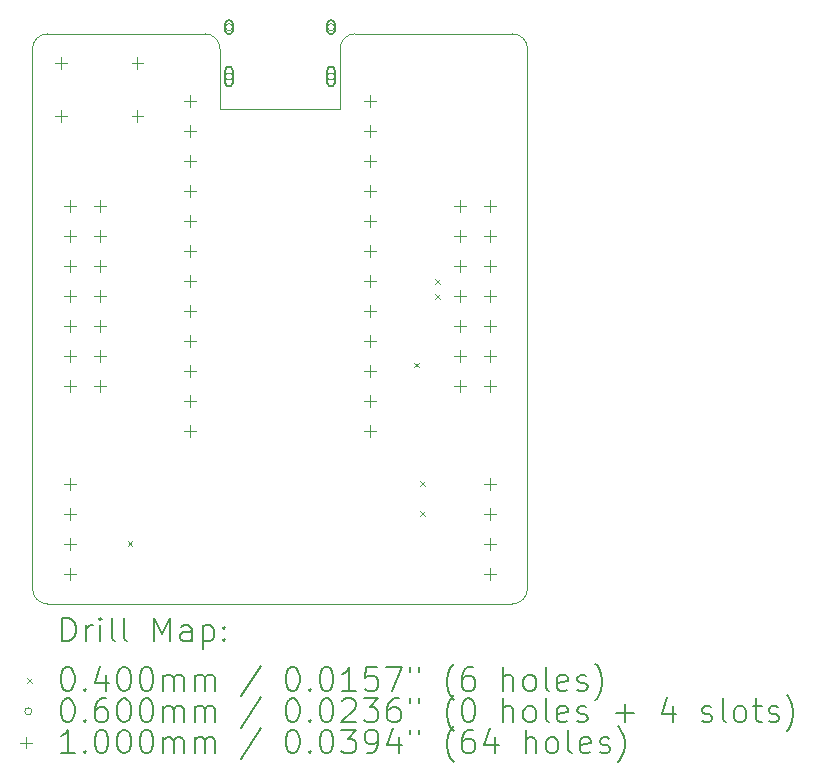
<source format=gbr>
%FSLAX45Y45*%
G04 Gerber Fmt 4.5, Leading zero omitted, Abs format (unit mm)*
G04 Created by KiCad (PCBNEW (6.0.6-1)-1) date 2022-07-19 11:21:07*
%MOMM*%
%LPD*%
G01*
G04 APERTURE LIST*
%TA.AperFunction,Profile*%
%ADD10C,0.120000*%
%TD*%
%ADD11C,0.200000*%
%ADD12C,0.040000*%
%ADD13C,0.060000*%
%ADD14C,0.100000*%
G04 APERTURE END LIST*
D10*
X2730500Y-4254500D02*
X-1206500Y-4254500D01*
X-1333500Y-4127500D02*
X-1333500Y444500D01*
X1397000Y571500D02*
G75*
G03*
X1270000Y444500I0J-127000D01*
G01*
X2857500Y444500D02*
G75*
G03*
X2730500Y571500I-127000J0D01*
G01*
X-1333500Y-4127500D02*
G75*
G03*
X-1206500Y-4254500I127000J0D01*
G01*
X1270000Y444500D02*
X1270000Y-63500D01*
X2730500Y-4254500D02*
G75*
G03*
X2857500Y-4127500I0J127000D01*
G01*
X-1206500Y571500D02*
G75*
G03*
X-1333500Y444500I0J-127000D01*
G01*
X254000Y-63500D02*
X254000Y444500D01*
X1270000Y-63500D02*
X254000Y-63500D01*
X1397000Y571500D02*
X2730500Y571500D01*
X2857500Y444500D02*
X2857500Y-4127500D01*
X254000Y444500D02*
G75*
G03*
X127000Y571500I-127000J0D01*
G01*
X127000Y571500D02*
X-1206500Y571500D01*
D11*
D12*
X-528000Y-3726500D02*
X-488000Y-3766500D01*
X-488000Y-3726500D02*
X-528000Y-3766500D01*
X1896951Y-2211450D02*
X1936951Y-2251450D01*
X1936951Y-2211450D02*
X1896951Y-2251450D01*
X1948500Y-3218500D02*
X1988500Y-3258500D01*
X1988500Y-3218500D02*
X1948500Y-3258500D01*
X1948500Y-3472500D02*
X1988500Y-3512500D01*
X1988500Y-3472500D02*
X1948500Y-3512500D01*
X2075500Y-1504000D02*
X2115500Y-1544000D01*
X2115500Y-1504000D02*
X2075500Y-1544000D01*
X2075500Y-1631000D02*
X2115500Y-1671000D01*
X2115500Y-1631000D02*
X2075500Y-1671000D01*
D13*
X360000Y629000D02*
G75*
G03*
X360000Y629000I-30000J0D01*
G01*
D11*
X360000Y599000D02*
X360000Y659000D01*
X300000Y599000D02*
X300000Y659000D01*
X360000Y659000D02*
G75*
G03*
X300000Y659000I-30000J0D01*
G01*
X300000Y599000D02*
G75*
G03*
X360000Y599000I30000J0D01*
G01*
D13*
X360000Y211000D02*
G75*
G03*
X360000Y211000I-30000J0D01*
G01*
D11*
X360000Y156000D02*
X360000Y266000D01*
X300000Y156000D02*
X300000Y266000D01*
X360000Y266000D02*
G75*
G03*
X300000Y266000I-30000J0D01*
G01*
X300000Y156000D02*
G75*
G03*
X360000Y156000I30000J0D01*
G01*
D13*
X1224000Y629000D02*
G75*
G03*
X1224000Y629000I-30000J0D01*
G01*
D11*
X1224000Y599000D02*
X1224000Y659000D01*
X1164000Y599000D02*
X1164000Y659000D01*
X1224000Y659000D02*
G75*
G03*
X1164000Y659000I-30000J0D01*
G01*
X1164000Y599000D02*
G75*
G03*
X1224000Y599000I30000J0D01*
G01*
D13*
X1224000Y211000D02*
G75*
G03*
X1224000Y211000I-30000J0D01*
G01*
D11*
X1224000Y156000D02*
X1224000Y266000D01*
X1164000Y156000D02*
X1164000Y266000D01*
X1224000Y266000D02*
G75*
G03*
X1164000Y266000I-30000J0D01*
G01*
X1164000Y156000D02*
G75*
G03*
X1224000Y156000I30000J0D01*
G01*
D14*
X-1094500Y373000D02*
X-1094500Y273000D01*
X-1144500Y323000D02*
X-1044500Y323000D01*
X-1094500Y-77000D02*
X-1094500Y-177000D01*
X-1144500Y-127000D02*
X-1044500Y-127000D01*
X-1016000Y-839000D02*
X-1016000Y-939000D01*
X-1066000Y-889000D02*
X-966000Y-889000D01*
X-1016000Y-1093000D02*
X-1016000Y-1193000D01*
X-1066000Y-1143000D02*
X-966000Y-1143000D01*
X-1016000Y-1347000D02*
X-1016000Y-1447000D01*
X-1066000Y-1397000D02*
X-966000Y-1397000D01*
X-1016000Y-1601000D02*
X-1016000Y-1701000D01*
X-1066000Y-1651000D02*
X-966000Y-1651000D01*
X-1016000Y-1855000D02*
X-1016000Y-1955000D01*
X-1066000Y-1905000D02*
X-966000Y-1905000D01*
X-1016000Y-2109000D02*
X-1016000Y-2209000D01*
X-1066000Y-2159000D02*
X-966000Y-2159000D01*
X-1016000Y-2363000D02*
X-1016000Y-2463000D01*
X-1066000Y-2413000D02*
X-966000Y-2413000D01*
X-1016000Y-3189500D02*
X-1016000Y-3289500D01*
X-1066000Y-3239500D02*
X-966000Y-3239500D01*
X-1016000Y-3443500D02*
X-1016000Y-3543500D01*
X-1066000Y-3493500D02*
X-966000Y-3493500D01*
X-1016000Y-3697500D02*
X-1016000Y-3797500D01*
X-1066000Y-3747500D02*
X-966000Y-3747500D01*
X-1016000Y-3951500D02*
X-1016000Y-4051500D01*
X-1066000Y-4001500D02*
X-966000Y-4001500D01*
X-762000Y-839000D02*
X-762000Y-939000D01*
X-812000Y-889000D02*
X-712000Y-889000D01*
X-762000Y-1093000D02*
X-762000Y-1193000D01*
X-812000Y-1143000D02*
X-712000Y-1143000D01*
X-762000Y-1347000D02*
X-762000Y-1447000D01*
X-812000Y-1397000D02*
X-712000Y-1397000D01*
X-762000Y-1601000D02*
X-762000Y-1701000D01*
X-812000Y-1651000D02*
X-712000Y-1651000D01*
X-762000Y-1855000D02*
X-762000Y-1955000D01*
X-812000Y-1905000D02*
X-712000Y-1905000D01*
X-762000Y-2109000D02*
X-762000Y-2209000D01*
X-812000Y-2159000D02*
X-712000Y-2159000D01*
X-762000Y-2363000D02*
X-762000Y-2463000D01*
X-812000Y-2413000D02*
X-712000Y-2413000D01*
X-444500Y373000D02*
X-444500Y273000D01*
X-494500Y323000D02*
X-394500Y323000D01*
X-444500Y-77000D02*
X-444500Y-177000D01*
X-494500Y-127000D02*
X-394500Y-127000D01*
X0Y50000D02*
X0Y-50000D01*
X-50000Y0D02*
X50000Y0D01*
X0Y-204000D02*
X0Y-304000D01*
X-50000Y-254000D02*
X50000Y-254000D01*
X0Y-458000D02*
X0Y-558000D01*
X-50000Y-508000D02*
X50000Y-508000D01*
X0Y-712000D02*
X0Y-812000D01*
X-50000Y-762000D02*
X50000Y-762000D01*
X0Y-966000D02*
X0Y-1066000D01*
X-50000Y-1016000D02*
X50000Y-1016000D01*
X0Y-1220000D02*
X0Y-1320000D01*
X-50000Y-1270000D02*
X50000Y-1270000D01*
X0Y-1474000D02*
X0Y-1574000D01*
X-50000Y-1524000D02*
X50000Y-1524000D01*
X0Y-1728000D02*
X0Y-1828000D01*
X-50000Y-1778000D02*
X50000Y-1778000D01*
X0Y-1982000D02*
X0Y-2082000D01*
X-50000Y-2032000D02*
X50000Y-2032000D01*
X0Y-2236000D02*
X0Y-2336000D01*
X-50000Y-2286000D02*
X50000Y-2286000D01*
X0Y-2490000D02*
X0Y-2590000D01*
X-50000Y-2540000D02*
X50000Y-2540000D01*
X0Y-2744000D02*
X0Y-2844000D01*
X-50000Y-2794000D02*
X50000Y-2794000D01*
X1524000Y50000D02*
X1524000Y-50000D01*
X1474000Y0D02*
X1574000Y0D01*
X1524000Y-204000D02*
X1524000Y-304000D01*
X1474000Y-254000D02*
X1574000Y-254000D01*
X1524000Y-458000D02*
X1524000Y-558000D01*
X1474000Y-508000D02*
X1574000Y-508000D01*
X1524000Y-712000D02*
X1524000Y-812000D01*
X1474000Y-762000D02*
X1574000Y-762000D01*
X1524000Y-966000D02*
X1524000Y-1066000D01*
X1474000Y-1016000D02*
X1574000Y-1016000D01*
X1524000Y-1220000D02*
X1524000Y-1320000D01*
X1474000Y-1270000D02*
X1574000Y-1270000D01*
X1524000Y-1474000D02*
X1524000Y-1574000D01*
X1474000Y-1524000D02*
X1574000Y-1524000D01*
X1524000Y-1728000D02*
X1524000Y-1828000D01*
X1474000Y-1778000D02*
X1574000Y-1778000D01*
X1524000Y-1982000D02*
X1524000Y-2082000D01*
X1474000Y-2032000D02*
X1574000Y-2032000D01*
X1524000Y-2236000D02*
X1524000Y-2336000D01*
X1474000Y-2286000D02*
X1574000Y-2286000D01*
X1524000Y-2490000D02*
X1524000Y-2590000D01*
X1474000Y-2540000D02*
X1574000Y-2540000D01*
X1524000Y-2744000D02*
X1524000Y-2844000D01*
X1474000Y-2794000D02*
X1574000Y-2794000D01*
X2286000Y-839000D02*
X2286000Y-939000D01*
X2236000Y-889000D02*
X2336000Y-889000D01*
X2286000Y-1093000D02*
X2286000Y-1193000D01*
X2236000Y-1143000D02*
X2336000Y-1143000D01*
X2286000Y-1347000D02*
X2286000Y-1447000D01*
X2236000Y-1397000D02*
X2336000Y-1397000D01*
X2286000Y-1601000D02*
X2286000Y-1701000D01*
X2236000Y-1651000D02*
X2336000Y-1651000D01*
X2286000Y-1855000D02*
X2286000Y-1955000D01*
X2236000Y-1905000D02*
X2336000Y-1905000D01*
X2286000Y-2109000D02*
X2286000Y-2209000D01*
X2236000Y-2159000D02*
X2336000Y-2159000D01*
X2286000Y-2363000D02*
X2286000Y-2463000D01*
X2236000Y-2413000D02*
X2336000Y-2413000D01*
X2540000Y-839000D02*
X2540000Y-939000D01*
X2490000Y-889000D02*
X2590000Y-889000D01*
X2540000Y-1093000D02*
X2540000Y-1193000D01*
X2490000Y-1143000D02*
X2590000Y-1143000D01*
X2540000Y-1347000D02*
X2540000Y-1447000D01*
X2490000Y-1397000D02*
X2590000Y-1397000D01*
X2540000Y-1601000D02*
X2540000Y-1701000D01*
X2490000Y-1651000D02*
X2590000Y-1651000D01*
X2540000Y-1855000D02*
X2540000Y-1955000D01*
X2490000Y-1905000D02*
X2590000Y-1905000D01*
X2540000Y-2109000D02*
X2540000Y-2209000D01*
X2490000Y-2159000D02*
X2590000Y-2159000D01*
X2540000Y-2363000D02*
X2540000Y-2463000D01*
X2490000Y-2413000D02*
X2590000Y-2413000D01*
X2540000Y-3188500D02*
X2540000Y-3288500D01*
X2490000Y-3238500D02*
X2590000Y-3238500D01*
X2540000Y-3442500D02*
X2540000Y-3542500D01*
X2490000Y-3492500D02*
X2590000Y-3492500D01*
X2540000Y-3696500D02*
X2540000Y-3796500D01*
X2490000Y-3746500D02*
X2590000Y-3746500D01*
X2540000Y-3950500D02*
X2540000Y-4050500D01*
X2490000Y-4000500D02*
X2590000Y-4000500D01*
D11*
X-1081881Y-4570976D02*
X-1081881Y-4370976D01*
X-1034262Y-4370976D01*
X-1005690Y-4380500D01*
X-986643Y-4399548D01*
X-977119Y-4418595D01*
X-967595Y-4456690D01*
X-967595Y-4485262D01*
X-977119Y-4523357D01*
X-986643Y-4542405D01*
X-1005690Y-4561452D01*
X-1034262Y-4570976D01*
X-1081881Y-4570976D01*
X-881881Y-4570976D02*
X-881881Y-4437643D01*
X-881881Y-4475738D02*
X-872357Y-4456690D01*
X-862833Y-4447167D01*
X-843786Y-4437643D01*
X-824738Y-4437643D01*
X-758071Y-4570976D02*
X-758071Y-4437643D01*
X-758071Y-4370976D02*
X-767595Y-4380500D01*
X-758071Y-4390024D01*
X-748548Y-4380500D01*
X-758071Y-4370976D01*
X-758071Y-4390024D01*
X-634262Y-4570976D02*
X-653310Y-4561452D01*
X-662833Y-4542405D01*
X-662833Y-4370976D01*
X-529500Y-4570976D02*
X-548548Y-4561452D01*
X-558072Y-4542405D01*
X-558072Y-4370976D01*
X-300929Y-4570976D02*
X-300929Y-4370976D01*
X-234262Y-4513833D01*
X-167595Y-4370976D01*
X-167595Y-4570976D01*
X13357Y-4570976D02*
X13357Y-4466214D01*
X3833Y-4447167D01*
X-15214Y-4437643D01*
X-53310Y-4437643D01*
X-72357Y-4447167D01*
X13357Y-4561452D02*
X-5690Y-4570976D01*
X-53310Y-4570976D01*
X-72357Y-4561452D01*
X-81881Y-4542405D01*
X-81881Y-4523357D01*
X-72357Y-4504310D01*
X-53310Y-4494786D01*
X-5690Y-4494786D01*
X13357Y-4485262D01*
X108595Y-4437643D02*
X108595Y-4637643D01*
X108595Y-4447167D02*
X127643Y-4437643D01*
X165738Y-4437643D01*
X184786Y-4447167D01*
X194309Y-4456690D01*
X203833Y-4475738D01*
X203833Y-4532881D01*
X194309Y-4551929D01*
X184786Y-4561452D01*
X165738Y-4570976D01*
X127643Y-4570976D01*
X108595Y-4561452D01*
X289548Y-4551929D02*
X299071Y-4561452D01*
X289548Y-4570976D01*
X280024Y-4561452D01*
X289548Y-4551929D01*
X289548Y-4570976D01*
X289548Y-4447167D02*
X299071Y-4456690D01*
X289548Y-4466214D01*
X280024Y-4456690D01*
X289548Y-4447167D01*
X289548Y-4466214D01*
D12*
X-1379500Y-4880500D02*
X-1339500Y-4920500D01*
X-1339500Y-4880500D02*
X-1379500Y-4920500D01*
D11*
X-1043786Y-4790976D02*
X-1024738Y-4790976D01*
X-1005690Y-4800500D01*
X-996167Y-4810024D01*
X-986643Y-4829071D01*
X-977119Y-4867167D01*
X-977119Y-4914786D01*
X-986643Y-4952881D01*
X-996167Y-4971929D01*
X-1005690Y-4981452D01*
X-1024738Y-4990976D01*
X-1043786Y-4990976D01*
X-1062833Y-4981452D01*
X-1072357Y-4971929D01*
X-1081881Y-4952881D01*
X-1091405Y-4914786D01*
X-1091405Y-4867167D01*
X-1081881Y-4829071D01*
X-1072357Y-4810024D01*
X-1062833Y-4800500D01*
X-1043786Y-4790976D01*
X-891405Y-4971929D02*
X-881881Y-4981452D01*
X-891405Y-4990976D01*
X-900929Y-4981452D01*
X-891405Y-4971929D01*
X-891405Y-4990976D01*
X-710452Y-4857643D02*
X-710452Y-4990976D01*
X-758071Y-4781452D02*
X-805690Y-4924310D01*
X-681881Y-4924310D01*
X-567595Y-4790976D02*
X-548548Y-4790976D01*
X-529500Y-4800500D01*
X-519976Y-4810024D01*
X-510452Y-4829071D01*
X-500929Y-4867167D01*
X-500929Y-4914786D01*
X-510452Y-4952881D01*
X-519976Y-4971929D01*
X-529500Y-4981452D01*
X-548548Y-4990976D01*
X-567595Y-4990976D01*
X-586643Y-4981452D01*
X-596167Y-4971929D01*
X-605691Y-4952881D01*
X-615214Y-4914786D01*
X-615214Y-4867167D01*
X-605691Y-4829071D01*
X-596167Y-4810024D01*
X-586643Y-4800500D01*
X-567595Y-4790976D01*
X-377119Y-4790976D02*
X-358071Y-4790976D01*
X-339024Y-4800500D01*
X-329500Y-4810024D01*
X-319976Y-4829071D01*
X-310452Y-4867167D01*
X-310452Y-4914786D01*
X-319976Y-4952881D01*
X-329500Y-4971929D01*
X-339024Y-4981452D01*
X-358071Y-4990976D01*
X-377119Y-4990976D01*
X-396167Y-4981452D01*
X-405690Y-4971929D01*
X-415214Y-4952881D01*
X-424738Y-4914786D01*
X-424738Y-4867167D01*
X-415214Y-4829071D01*
X-405690Y-4810024D01*
X-396167Y-4800500D01*
X-377119Y-4790976D01*
X-224738Y-4990976D02*
X-224738Y-4857643D01*
X-224738Y-4876690D02*
X-215214Y-4867167D01*
X-196167Y-4857643D01*
X-167595Y-4857643D01*
X-148548Y-4867167D01*
X-139024Y-4886214D01*
X-139024Y-4990976D01*
X-139024Y-4886214D02*
X-129500Y-4867167D01*
X-110452Y-4857643D01*
X-81881Y-4857643D01*
X-62833Y-4867167D01*
X-53310Y-4886214D01*
X-53310Y-4990976D01*
X41929Y-4990976D02*
X41929Y-4857643D01*
X41929Y-4876690D02*
X51452Y-4867167D01*
X70500Y-4857643D01*
X99071Y-4857643D01*
X118119Y-4867167D01*
X127643Y-4886214D01*
X127643Y-4990976D01*
X127643Y-4886214D02*
X137167Y-4867167D01*
X156214Y-4857643D01*
X184786Y-4857643D01*
X203833Y-4867167D01*
X213357Y-4886214D01*
X213357Y-4990976D01*
X603833Y-4781452D02*
X432405Y-5038595D01*
X860976Y-4790976D02*
X880024Y-4790976D01*
X899071Y-4800500D01*
X908595Y-4810024D01*
X918119Y-4829071D01*
X927643Y-4867167D01*
X927643Y-4914786D01*
X918119Y-4952881D01*
X908595Y-4971929D01*
X899071Y-4981452D01*
X880024Y-4990976D01*
X860976Y-4990976D01*
X841928Y-4981452D01*
X832405Y-4971929D01*
X822881Y-4952881D01*
X813357Y-4914786D01*
X813357Y-4867167D01*
X822881Y-4829071D01*
X832405Y-4810024D01*
X841928Y-4800500D01*
X860976Y-4790976D01*
X1013357Y-4971929D02*
X1022881Y-4981452D01*
X1013357Y-4990976D01*
X1003833Y-4981452D01*
X1013357Y-4971929D01*
X1013357Y-4990976D01*
X1146690Y-4790976D02*
X1165738Y-4790976D01*
X1184786Y-4800500D01*
X1194310Y-4810024D01*
X1203833Y-4829071D01*
X1213357Y-4867167D01*
X1213357Y-4914786D01*
X1203833Y-4952881D01*
X1194310Y-4971929D01*
X1184786Y-4981452D01*
X1165738Y-4990976D01*
X1146690Y-4990976D01*
X1127643Y-4981452D01*
X1118119Y-4971929D01*
X1108595Y-4952881D01*
X1099071Y-4914786D01*
X1099071Y-4867167D01*
X1108595Y-4829071D01*
X1118119Y-4810024D01*
X1127643Y-4800500D01*
X1146690Y-4790976D01*
X1403833Y-4990976D02*
X1289548Y-4990976D01*
X1346690Y-4990976D02*
X1346690Y-4790976D01*
X1327643Y-4819548D01*
X1308595Y-4838595D01*
X1289548Y-4848119D01*
X1584786Y-4790976D02*
X1489548Y-4790976D01*
X1480024Y-4886214D01*
X1489548Y-4876690D01*
X1508595Y-4867167D01*
X1556214Y-4867167D01*
X1575262Y-4876690D01*
X1584786Y-4886214D01*
X1594309Y-4905262D01*
X1594309Y-4952881D01*
X1584786Y-4971929D01*
X1575262Y-4981452D01*
X1556214Y-4990976D01*
X1508595Y-4990976D01*
X1489548Y-4981452D01*
X1480024Y-4971929D01*
X1660976Y-4790976D02*
X1794309Y-4790976D01*
X1708595Y-4990976D01*
X1860976Y-4790976D02*
X1860976Y-4829071D01*
X1937167Y-4790976D02*
X1937167Y-4829071D01*
X2232405Y-5067167D02*
X2222881Y-5057643D01*
X2203833Y-5029071D01*
X2194310Y-5010024D01*
X2184786Y-4981452D01*
X2175262Y-4933833D01*
X2175262Y-4895738D01*
X2184786Y-4848119D01*
X2194310Y-4819548D01*
X2203833Y-4800500D01*
X2222881Y-4771929D01*
X2232405Y-4762405D01*
X2394310Y-4790976D02*
X2356214Y-4790976D01*
X2337167Y-4800500D01*
X2327643Y-4810024D01*
X2308595Y-4838595D01*
X2299071Y-4876690D01*
X2299071Y-4952881D01*
X2308595Y-4971929D01*
X2318119Y-4981452D01*
X2337167Y-4990976D01*
X2375262Y-4990976D01*
X2394310Y-4981452D01*
X2403833Y-4971929D01*
X2413357Y-4952881D01*
X2413357Y-4905262D01*
X2403833Y-4886214D01*
X2394310Y-4876690D01*
X2375262Y-4867167D01*
X2337167Y-4867167D01*
X2318119Y-4876690D01*
X2308595Y-4886214D01*
X2299071Y-4905262D01*
X2651452Y-4990976D02*
X2651452Y-4790976D01*
X2737167Y-4990976D02*
X2737167Y-4886214D01*
X2727643Y-4867167D01*
X2708595Y-4857643D01*
X2680024Y-4857643D01*
X2660976Y-4867167D01*
X2651452Y-4876690D01*
X2860976Y-4990976D02*
X2841928Y-4981452D01*
X2832405Y-4971929D01*
X2822881Y-4952881D01*
X2822881Y-4895738D01*
X2832405Y-4876690D01*
X2841928Y-4867167D01*
X2860976Y-4857643D01*
X2889548Y-4857643D01*
X2908595Y-4867167D01*
X2918119Y-4876690D01*
X2927643Y-4895738D01*
X2927643Y-4952881D01*
X2918119Y-4971929D01*
X2908595Y-4981452D01*
X2889548Y-4990976D01*
X2860976Y-4990976D01*
X3041928Y-4990976D02*
X3022881Y-4981452D01*
X3013357Y-4962405D01*
X3013357Y-4790976D01*
X3194309Y-4981452D02*
X3175262Y-4990976D01*
X3137167Y-4990976D01*
X3118119Y-4981452D01*
X3108595Y-4962405D01*
X3108595Y-4886214D01*
X3118119Y-4867167D01*
X3137167Y-4857643D01*
X3175262Y-4857643D01*
X3194309Y-4867167D01*
X3203833Y-4886214D01*
X3203833Y-4905262D01*
X3108595Y-4924310D01*
X3280024Y-4981452D02*
X3299071Y-4990976D01*
X3337167Y-4990976D01*
X3356214Y-4981452D01*
X3365738Y-4962405D01*
X3365738Y-4952881D01*
X3356214Y-4933833D01*
X3337167Y-4924310D01*
X3308595Y-4924310D01*
X3289548Y-4914786D01*
X3280024Y-4895738D01*
X3280024Y-4886214D01*
X3289548Y-4867167D01*
X3308595Y-4857643D01*
X3337167Y-4857643D01*
X3356214Y-4867167D01*
X3432405Y-5067167D02*
X3441928Y-5057643D01*
X3460976Y-5029071D01*
X3470500Y-5010024D01*
X3480024Y-4981452D01*
X3489548Y-4933833D01*
X3489548Y-4895738D01*
X3480024Y-4848119D01*
X3470500Y-4819548D01*
X3460976Y-4800500D01*
X3441928Y-4771929D01*
X3432405Y-4762405D01*
D13*
X-1339500Y-5164500D02*
G75*
G03*
X-1339500Y-5164500I-30000J0D01*
G01*
D11*
X-1043786Y-5054976D02*
X-1024738Y-5054976D01*
X-1005690Y-5064500D01*
X-996167Y-5074024D01*
X-986643Y-5093071D01*
X-977119Y-5131167D01*
X-977119Y-5178786D01*
X-986643Y-5216881D01*
X-996167Y-5235929D01*
X-1005690Y-5245452D01*
X-1024738Y-5254976D01*
X-1043786Y-5254976D01*
X-1062833Y-5245452D01*
X-1072357Y-5235929D01*
X-1081881Y-5216881D01*
X-1091405Y-5178786D01*
X-1091405Y-5131167D01*
X-1081881Y-5093071D01*
X-1072357Y-5074024D01*
X-1062833Y-5064500D01*
X-1043786Y-5054976D01*
X-891405Y-5235929D02*
X-881881Y-5245452D01*
X-891405Y-5254976D01*
X-900929Y-5245452D01*
X-891405Y-5235929D01*
X-891405Y-5254976D01*
X-710452Y-5054976D02*
X-748548Y-5054976D01*
X-767595Y-5064500D01*
X-777119Y-5074024D01*
X-796167Y-5102595D01*
X-805690Y-5140690D01*
X-805690Y-5216881D01*
X-796167Y-5235929D01*
X-786643Y-5245452D01*
X-767595Y-5254976D01*
X-729500Y-5254976D01*
X-710452Y-5245452D01*
X-700929Y-5235929D01*
X-691405Y-5216881D01*
X-691405Y-5169262D01*
X-700929Y-5150214D01*
X-710452Y-5140690D01*
X-729500Y-5131167D01*
X-767595Y-5131167D01*
X-786643Y-5140690D01*
X-796167Y-5150214D01*
X-805690Y-5169262D01*
X-567595Y-5054976D02*
X-548548Y-5054976D01*
X-529500Y-5064500D01*
X-519976Y-5074024D01*
X-510452Y-5093071D01*
X-500929Y-5131167D01*
X-500929Y-5178786D01*
X-510452Y-5216881D01*
X-519976Y-5235929D01*
X-529500Y-5245452D01*
X-548548Y-5254976D01*
X-567595Y-5254976D01*
X-586643Y-5245452D01*
X-596167Y-5235929D01*
X-605691Y-5216881D01*
X-615214Y-5178786D01*
X-615214Y-5131167D01*
X-605691Y-5093071D01*
X-596167Y-5074024D01*
X-586643Y-5064500D01*
X-567595Y-5054976D01*
X-377119Y-5054976D02*
X-358071Y-5054976D01*
X-339024Y-5064500D01*
X-329500Y-5074024D01*
X-319976Y-5093071D01*
X-310452Y-5131167D01*
X-310452Y-5178786D01*
X-319976Y-5216881D01*
X-329500Y-5235929D01*
X-339024Y-5245452D01*
X-358071Y-5254976D01*
X-377119Y-5254976D01*
X-396167Y-5245452D01*
X-405690Y-5235929D01*
X-415214Y-5216881D01*
X-424738Y-5178786D01*
X-424738Y-5131167D01*
X-415214Y-5093071D01*
X-405690Y-5074024D01*
X-396167Y-5064500D01*
X-377119Y-5054976D01*
X-224738Y-5254976D02*
X-224738Y-5121643D01*
X-224738Y-5140690D02*
X-215214Y-5131167D01*
X-196167Y-5121643D01*
X-167595Y-5121643D01*
X-148548Y-5131167D01*
X-139024Y-5150214D01*
X-139024Y-5254976D01*
X-139024Y-5150214D02*
X-129500Y-5131167D01*
X-110452Y-5121643D01*
X-81881Y-5121643D01*
X-62833Y-5131167D01*
X-53310Y-5150214D01*
X-53310Y-5254976D01*
X41929Y-5254976D02*
X41929Y-5121643D01*
X41929Y-5140690D02*
X51452Y-5131167D01*
X70500Y-5121643D01*
X99071Y-5121643D01*
X118119Y-5131167D01*
X127643Y-5150214D01*
X127643Y-5254976D01*
X127643Y-5150214D02*
X137167Y-5131167D01*
X156214Y-5121643D01*
X184786Y-5121643D01*
X203833Y-5131167D01*
X213357Y-5150214D01*
X213357Y-5254976D01*
X603833Y-5045452D02*
X432405Y-5302595D01*
X860976Y-5054976D02*
X880024Y-5054976D01*
X899071Y-5064500D01*
X908595Y-5074024D01*
X918119Y-5093071D01*
X927643Y-5131167D01*
X927643Y-5178786D01*
X918119Y-5216881D01*
X908595Y-5235929D01*
X899071Y-5245452D01*
X880024Y-5254976D01*
X860976Y-5254976D01*
X841928Y-5245452D01*
X832405Y-5235929D01*
X822881Y-5216881D01*
X813357Y-5178786D01*
X813357Y-5131167D01*
X822881Y-5093071D01*
X832405Y-5074024D01*
X841928Y-5064500D01*
X860976Y-5054976D01*
X1013357Y-5235929D02*
X1022881Y-5245452D01*
X1013357Y-5254976D01*
X1003833Y-5245452D01*
X1013357Y-5235929D01*
X1013357Y-5254976D01*
X1146690Y-5054976D02*
X1165738Y-5054976D01*
X1184786Y-5064500D01*
X1194310Y-5074024D01*
X1203833Y-5093071D01*
X1213357Y-5131167D01*
X1213357Y-5178786D01*
X1203833Y-5216881D01*
X1194310Y-5235929D01*
X1184786Y-5245452D01*
X1165738Y-5254976D01*
X1146690Y-5254976D01*
X1127643Y-5245452D01*
X1118119Y-5235929D01*
X1108595Y-5216881D01*
X1099071Y-5178786D01*
X1099071Y-5131167D01*
X1108595Y-5093071D01*
X1118119Y-5074024D01*
X1127643Y-5064500D01*
X1146690Y-5054976D01*
X1289548Y-5074024D02*
X1299071Y-5064500D01*
X1318119Y-5054976D01*
X1365738Y-5054976D01*
X1384786Y-5064500D01*
X1394310Y-5074024D01*
X1403833Y-5093071D01*
X1403833Y-5112119D01*
X1394310Y-5140690D01*
X1280024Y-5254976D01*
X1403833Y-5254976D01*
X1470500Y-5054976D02*
X1594309Y-5054976D01*
X1527643Y-5131167D01*
X1556214Y-5131167D01*
X1575262Y-5140690D01*
X1584786Y-5150214D01*
X1594309Y-5169262D01*
X1594309Y-5216881D01*
X1584786Y-5235929D01*
X1575262Y-5245452D01*
X1556214Y-5254976D01*
X1499071Y-5254976D01*
X1480024Y-5245452D01*
X1470500Y-5235929D01*
X1765738Y-5054976D02*
X1727643Y-5054976D01*
X1708595Y-5064500D01*
X1699071Y-5074024D01*
X1680024Y-5102595D01*
X1670500Y-5140690D01*
X1670500Y-5216881D01*
X1680024Y-5235929D01*
X1689548Y-5245452D01*
X1708595Y-5254976D01*
X1746690Y-5254976D01*
X1765738Y-5245452D01*
X1775262Y-5235929D01*
X1784786Y-5216881D01*
X1784786Y-5169262D01*
X1775262Y-5150214D01*
X1765738Y-5140690D01*
X1746690Y-5131167D01*
X1708595Y-5131167D01*
X1689548Y-5140690D01*
X1680024Y-5150214D01*
X1670500Y-5169262D01*
X1860976Y-5054976D02*
X1860976Y-5093071D01*
X1937167Y-5054976D02*
X1937167Y-5093071D01*
X2232405Y-5331167D02*
X2222881Y-5321643D01*
X2203833Y-5293071D01*
X2194310Y-5274024D01*
X2184786Y-5245452D01*
X2175262Y-5197833D01*
X2175262Y-5159738D01*
X2184786Y-5112119D01*
X2194310Y-5083548D01*
X2203833Y-5064500D01*
X2222881Y-5035929D01*
X2232405Y-5026405D01*
X2346690Y-5054976D02*
X2365738Y-5054976D01*
X2384786Y-5064500D01*
X2394310Y-5074024D01*
X2403833Y-5093071D01*
X2413357Y-5131167D01*
X2413357Y-5178786D01*
X2403833Y-5216881D01*
X2394310Y-5235929D01*
X2384786Y-5245452D01*
X2365738Y-5254976D01*
X2346690Y-5254976D01*
X2327643Y-5245452D01*
X2318119Y-5235929D01*
X2308595Y-5216881D01*
X2299071Y-5178786D01*
X2299071Y-5131167D01*
X2308595Y-5093071D01*
X2318119Y-5074024D01*
X2327643Y-5064500D01*
X2346690Y-5054976D01*
X2651452Y-5254976D02*
X2651452Y-5054976D01*
X2737167Y-5254976D02*
X2737167Y-5150214D01*
X2727643Y-5131167D01*
X2708595Y-5121643D01*
X2680024Y-5121643D01*
X2660976Y-5131167D01*
X2651452Y-5140690D01*
X2860976Y-5254976D02*
X2841928Y-5245452D01*
X2832405Y-5235929D01*
X2822881Y-5216881D01*
X2822881Y-5159738D01*
X2832405Y-5140690D01*
X2841928Y-5131167D01*
X2860976Y-5121643D01*
X2889548Y-5121643D01*
X2908595Y-5131167D01*
X2918119Y-5140690D01*
X2927643Y-5159738D01*
X2927643Y-5216881D01*
X2918119Y-5235929D01*
X2908595Y-5245452D01*
X2889548Y-5254976D01*
X2860976Y-5254976D01*
X3041928Y-5254976D02*
X3022881Y-5245452D01*
X3013357Y-5226405D01*
X3013357Y-5054976D01*
X3194309Y-5245452D02*
X3175262Y-5254976D01*
X3137167Y-5254976D01*
X3118119Y-5245452D01*
X3108595Y-5226405D01*
X3108595Y-5150214D01*
X3118119Y-5131167D01*
X3137167Y-5121643D01*
X3175262Y-5121643D01*
X3194309Y-5131167D01*
X3203833Y-5150214D01*
X3203833Y-5169262D01*
X3108595Y-5188310D01*
X3280024Y-5245452D02*
X3299071Y-5254976D01*
X3337167Y-5254976D01*
X3356214Y-5245452D01*
X3365738Y-5226405D01*
X3365738Y-5216881D01*
X3356214Y-5197833D01*
X3337167Y-5188310D01*
X3308595Y-5188310D01*
X3289548Y-5178786D01*
X3280024Y-5159738D01*
X3280024Y-5150214D01*
X3289548Y-5131167D01*
X3308595Y-5121643D01*
X3337167Y-5121643D01*
X3356214Y-5131167D01*
X3603833Y-5178786D02*
X3756214Y-5178786D01*
X3680024Y-5254976D02*
X3680024Y-5102595D01*
X4089548Y-5121643D02*
X4089548Y-5254976D01*
X4041928Y-5045452D02*
X3994309Y-5188310D01*
X4118119Y-5188310D01*
X4337167Y-5245452D02*
X4356214Y-5254976D01*
X4394310Y-5254976D01*
X4413357Y-5245452D01*
X4422881Y-5226405D01*
X4422881Y-5216881D01*
X4413357Y-5197833D01*
X4394310Y-5188310D01*
X4365738Y-5188310D01*
X4346690Y-5178786D01*
X4337167Y-5159738D01*
X4337167Y-5150214D01*
X4346690Y-5131167D01*
X4365738Y-5121643D01*
X4394310Y-5121643D01*
X4413357Y-5131167D01*
X4537167Y-5254976D02*
X4518119Y-5245452D01*
X4508595Y-5226405D01*
X4508595Y-5054976D01*
X4641929Y-5254976D02*
X4622881Y-5245452D01*
X4613357Y-5235929D01*
X4603833Y-5216881D01*
X4603833Y-5159738D01*
X4613357Y-5140690D01*
X4622881Y-5131167D01*
X4641929Y-5121643D01*
X4670500Y-5121643D01*
X4689548Y-5131167D01*
X4699071Y-5140690D01*
X4708595Y-5159738D01*
X4708595Y-5216881D01*
X4699071Y-5235929D01*
X4689548Y-5245452D01*
X4670500Y-5254976D01*
X4641929Y-5254976D01*
X4765738Y-5121643D02*
X4841929Y-5121643D01*
X4794310Y-5054976D02*
X4794310Y-5226405D01*
X4803833Y-5245452D01*
X4822881Y-5254976D01*
X4841929Y-5254976D01*
X4899071Y-5245452D02*
X4918119Y-5254976D01*
X4956214Y-5254976D01*
X4975262Y-5245452D01*
X4984786Y-5226405D01*
X4984786Y-5216881D01*
X4975262Y-5197833D01*
X4956214Y-5188310D01*
X4927643Y-5188310D01*
X4908595Y-5178786D01*
X4899071Y-5159738D01*
X4899071Y-5150214D01*
X4908595Y-5131167D01*
X4927643Y-5121643D01*
X4956214Y-5121643D01*
X4975262Y-5131167D01*
X5051452Y-5331167D02*
X5060976Y-5321643D01*
X5080024Y-5293071D01*
X5089548Y-5274024D01*
X5099071Y-5245452D01*
X5108595Y-5197833D01*
X5108595Y-5159738D01*
X5099071Y-5112119D01*
X5089548Y-5083548D01*
X5080024Y-5064500D01*
X5060976Y-5035929D01*
X5051452Y-5026405D01*
D14*
X-1389500Y-5378500D02*
X-1389500Y-5478500D01*
X-1439500Y-5428500D02*
X-1339500Y-5428500D01*
D11*
X-977119Y-5518976D02*
X-1091405Y-5518976D01*
X-1034262Y-5518976D02*
X-1034262Y-5318976D01*
X-1053310Y-5347548D01*
X-1072357Y-5366595D01*
X-1091405Y-5376119D01*
X-891405Y-5499929D02*
X-881881Y-5509452D01*
X-891405Y-5518976D01*
X-900929Y-5509452D01*
X-891405Y-5499929D01*
X-891405Y-5518976D01*
X-758071Y-5318976D02*
X-739024Y-5318976D01*
X-719976Y-5328500D01*
X-710452Y-5338024D01*
X-700929Y-5357071D01*
X-691405Y-5395167D01*
X-691405Y-5442786D01*
X-700929Y-5480881D01*
X-710452Y-5499929D01*
X-719976Y-5509452D01*
X-739024Y-5518976D01*
X-758071Y-5518976D01*
X-777119Y-5509452D01*
X-786643Y-5499929D01*
X-796167Y-5480881D01*
X-805690Y-5442786D01*
X-805690Y-5395167D01*
X-796167Y-5357071D01*
X-786643Y-5338024D01*
X-777119Y-5328500D01*
X-758071Y-5318976D01*
X-567595Y-5318976D02*
X-548548Y-5318976D01*
X-529500Y-5328500D01*
X-519976Y-5338024D01*
X-510452Y-5357071D01*
X-500929Y-5395167D01*
X-500929Y-5442786D01*
X-510452Y-5480881D01*
X-519976Y-5499929D01*
X-529500Y-5509452D01*
X-548548Y-5518976D01*
X-567595Y-5518976D01*
X-586643Y-5509452D01*
X-596167Y-5499929D01*
X-605691Y-5480881D01*
X-615214Y-5442786D01*
X-615214Y-5395167D01*
X-605691Y-5357071D01*
X-596167Y-5338024D01*
X-586643Y-5328500D01*
X-567595Y-5318976D01*
X-377119Y-5318976D02*
X-358071Y-5318976D01*
X-339024Y-5328500D01*
X-329500Y-5338024D01*
X-319976Y-5357071D01*
X-310452Y-5395167D01*
X-310452Y-5442786D01*
X-319976Y-5480881D01*
X-329500Y-5499929D01*
X-339024Y-5509452D01*
X-358071Y-5518976D01*
X-377119Y-5518976D01*
X-396167Y-5509452D01*
X-405690Y-5499929D01*
X-415214Y-5480881D01*
X-424738Y-5442786D01*
X-424738Y-5395167D01*
X-415214Y-5357071D01*
X-405690Y-5338024D01*
X-396167Y-5328500D01*
X-377119Y-5318976D01*
X-224738Y-5518976D02*
X-224738Y-5385643D01*
X-224738Y-5404690D02*
X-215214Y-5395167D01*
X-196167Y-5385643D01*
X-167595Y-5385643D01*
X-148548Y-5395167D01*
X-139024Y-5414214D01*
X-139024Y-5518976D01*
X-139024Y-5414214D02*
X-129500Y-5395167D01*
X-110452Y-5385643D01*
X-81881Y-5385643D01*
X-62833Y-5395167D01*
X-53310Y-5414214D01*
X-53310Y-5518976D01*
X41929Y-5518976D02*
X41929Y-5385643D01*
X41929Y-5404690D02*
X51452Y-5395167D01*
X70500Y-5385643D01*
X99071Y-5385643D01*
X118119Y-5395167D01*
X127643Y-5414214D01*
X127643Y-5518976D01*
X127643Y-5414214D02*
X137167Y-5395167D01*
X156214Y-5385643D01*
X184786Y-5385643D01*
X203833Y-5395167D01*
X213357Y-5414214D01*
X213357Y-5518976D01*
X603833Y-5309452D02*
X432405Y-5566595D01*
X860976Y-5318976D02*
X880024Y-5318976D01*
X899071Y-5328500D01*
X908595Y-5338024D01*
X918119Y-5357071D01*
X927643Y-5395167D01*
X927643Y-5442786D01*
X918119Y-5480881D01*
X908595Y-5499929D01*
X899071Y-5509452D01*
X880024Y-5518976D01*
X860976Y-5518976D01*
X841928Y-5509452D01*
X832405Y-5499929D01*
X822881Y-5480881D01*
X813357Y-5442786D01*
X813357Y-5395167D01*
X822881Y-5357071D01*
X832405Y-5338024D01*
X841928Y-5328500D01*
X860976Y-5318976D01*
X1013357Y-5499929D02*
X1022881Y-5509452D01*
X1013357Y-5518976D01*
X1003833Y-5509452D01*
X1013357Y-5499929D01*
X1013357Y-5518976D01*
X1146690Y-5318976D02*
X1165738Y-5318976D01*
X1184786Y-5328500D01*
X1194310Y-5338024D01*
X1203833Y-5357071D01*
X1213357Y-5395167D01*
X1213357Y-5442786D01*
X1203833Y-5480881D01*
X1194310Y-5499929D01*
X1184786Y-5509452D01*
X1165738Y-5518976D01*
X1146690Y-5518976D01*
X1127643Y-5509452D01*
X1118119Y-5499929D01*
X1108595Y-5480881D01*
X1099071Y-5442786D01*
X1099071Y-5395167D01*
X1108595Y-5357071D01*
X1118119Y-5338024D01*
X1127643Y-5328500D01*
X1146690Y-5318976D01*
X1280024Y-5318976D02*
X1403833Y-5318976D01*
X1337167Y-5395167D01*
X1365738Y-5395167D01*
X1384786Y-5404690D01*
X1394310Y-5414214D01*
X1403833Y-5433262D01*
X1403833Y-5480881D01*
X1394310Y-5499929D01*
X1384786Y-5509452D01*
X1365738Y-5518976D01*
X1308595Y-5518976D01*
X1289548Y-5509452D01*
X1280024Y-5499929D01*
X1499071Y-5518976D02*
X1537167Y-5518976D01*
X1556214Y-5509452D01*
X1565738Y-5499929D01*
X1584786Y-5471357D01*
X1594309Y-5433262D01*
X1594309Y-5357071D01*
X1584786Y-5338024D01*
X1575262Y-5328500D01*
X1556214Y-5318976D01*
X1518119Y-5318976D01*
X1499071Y-5328500D01*
X1489548Y-5338024D01*
X1480024Y-5357071D01*
X1480024Y-5404690D01*
X1489548Y-5423738D01*
X1499071Y-5433262D01*
X1518119Y-5442786D01*
X1556214Y-5442786D01*
X1575262Y-5433262D01*
X1584786Y-5423738D01*
X1594309Y-5404690D01*
X1765738Y-5385643D02*
X1765738Y-5518976D01*
X1718119Y-5309452D02*
X1670500Y-5452310D01*
X1794309Y-5452310D01*
X1860976Y-5318976D02*
X1860976Y-5357071D01*
X1937167Y-5318976D02*
X1937167Y-5357071D01*
X2232405Y-5595167D02*
X2222881Y-5585643D01*
X2203833Y-5557071D01*
X2194310Y-5538024D01*
X2184786Y-5509452D01*
X2175262Y-5461833D01*
X2175262Y-5423738D01*
X2184786Y-5376119D01*
X2194310Y-5347548D01*
X2203833Y-5328500D01*
X2222881Y-5299929D01*
X2232405Y-5290405D01*
X2394310Y-5318976D02*
X2356214Y-5318976D01*
X2337167Y-5328500D01*
X2327643Y-5338024D01*
X2308595Y-5366595D01*
X2299071Y-5404690D01*
X2299071Y-5480881D01*
X2308595Y-5499929D01*
X2318119Y-5509452D01*
X2337167Y-5518976D01*
X2375262Y-5518976D01*
X2394310Y-5509452D01*
X2403833Y-5499929D01*
X2413357Y-5480881D01*
X2413357Y-5433262D01*
X2403833Y-5414214D01*
X2394310Y-5404690D01*
X2375262Y-5395167D01*
X2337167Y-5395167D01*
X2318119Y-5404690D01*
X2308595Y-5414214D01*
X2299071Y-5433262D01*
X2584786Y-5385643D02*
X2584786Y-5518976D01*
X2537167Y-5309452D02*
X2489548Y-5452310D01*
X2613357Y-5452310D01*
X2841928Y-5518976D02*
X2841928Y-5318976D01*
X2927643Y-5518976D02*
X2927643Y-5414214D01*
X2918119Y-5395167D01*
X2899071Y-5385643D01*
X2870500Y-5385643D01*
X2851452Y-5395167D01*
X2841928Y-5404690D01*
X3051452Y-5518976D02*
X3032405Y-5509452D01*
X3022881Y-5499929D01*
X3013357Y-5480881D01*
X3013357Y-5423738D01*
X3022881Y-5404690D01*
X3032405Y-5395167D01*
X3051452Y-5385643D01*
X3080024Y-5385643D01*
X3099071Y-5395167D01*
X3108595Y-5404690D01*
X3118119Y-5423738D01*
X3118119Y-5480881D01*
X3108595Y-5499929D01*
X3099071Y-5509452D01*
X3080024Y-5518976D01*
X3051452Y-5518976D01*
X3232405Y-5518976D02*
X3213357Y-5509452D01*
X3203833Y-5490405D01*
X3203833Y-5318976D01*
X3384786Y-5509452D02*
X3365738Y-5518976D01*
X3327643Y-5518976D01*
X3308595Y-5509452D01*
X3299071Y-5490405D01*
X3299071Y-5414214D01*
X3308595Y-5395167D01*
X3327643Y-5385643D01*
X3365738Y-5385643D01*
X3384786Y-5395167D01*
X3394309Y-5414214D01*
X3394309Y-5433262D01*
X3299071Y-5452310D01*
X3470500Y-5509452D02*
X3489548Y-5518976D01*
X3527643Y-5518976D01*
X3546690Y-5509452D01*
X3556214Y-5490405D01*
X3556214Y-5480881D01*
X3546690Y-5461833D01*
X3527643Y-5452310D01*
X3499071Y-5452310D01*
X3480024Y-5442786D01*
X3470500Y-5423738D01*
X3470500Y-5414214D01*
X3480024Y-5395167D01*
X3499071Y-5385643D01*
X3527643Y-5385643D01*
X3546690Y-5395167D01*
X3622881Y-5595167D02*
X3632405Y-5585643D01*
X3651452Y-5557071D01*
X3660976Y-5538024D01*
X3670500Y-5509452D01*
X3680024Y-5461833D01*
X3680024Y-5423738D01*
X3670500Y-5376119D01*
X3660976Y-5347548D01*
X3651452Y-5328500D01*
X3632405Y-5299929D01*
X3622881Y-5290405D01*
M02*

</source>
